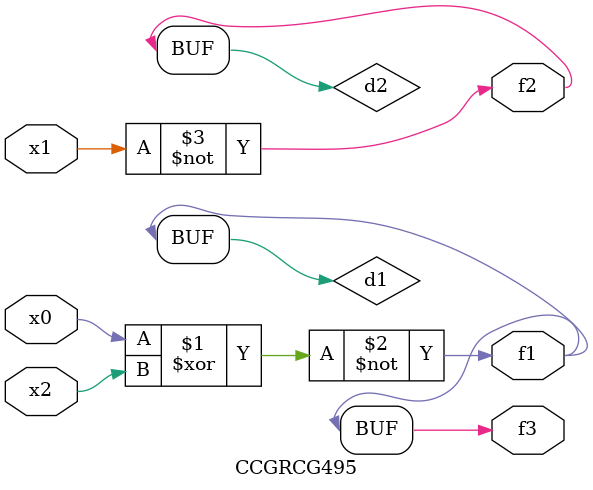
<source format=v>
module CCGRCG495(
	input x0, x1, x2,
	output f1, f2, f3
);

	wire d1, d2, d3;

	xnor (d1, x0, x2);
	nand (d2, x1);
	nor (d3, x1, x2);
	assign f1 = d1;
	assign f2 = d2;
	assign f3 = d1;
endmodule

</source>
